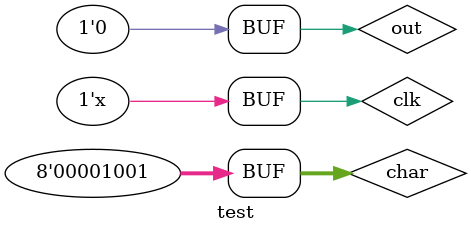
<source format=v>
`timescale 1ns / 1ps


module test;

	// Inputs
	reg [7:0] char;
	reg clk;
	reg out;

	// Instantiate the Unit Under Test (UUT)
	id_fsm uut (
		.char(char), 
		.clk(clk), 
		.out(out)
	);

	initial begin
		// Initialize Inputs
		char = 0;
		clk = 0;
		out = 0;
		#10;
      char =99;
		#10 char=68;
		#10 char=70;
		#10 char=111;
		#10 char=50;
		#10 char=9;
		
	end
   always #5 clk=~clk;   
endmodule


</source>
